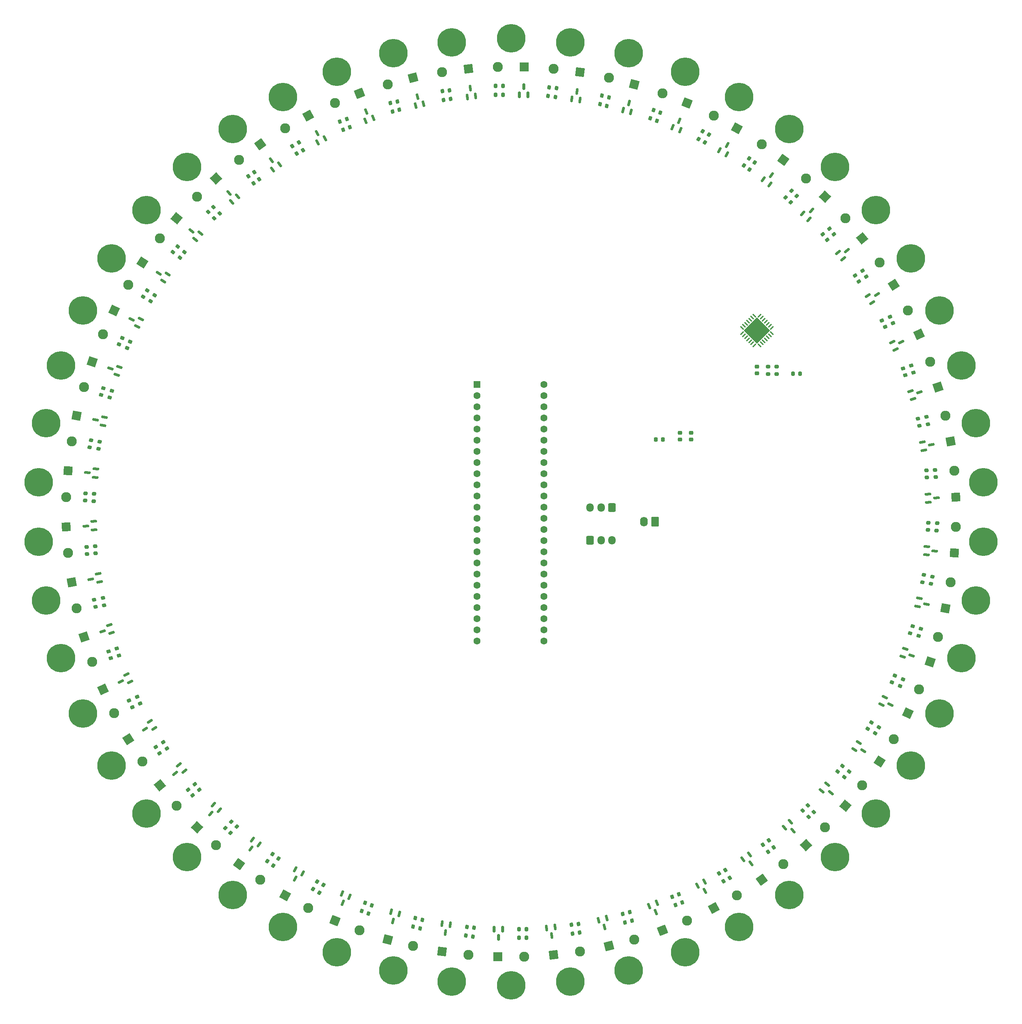
<source format=gbr>
%TF.GenerationSoftware,KiCad,Pcbnew,9.0.6*%
%TF.CreationDate,2025-12-10T00:31:55+01:00*%
%TF.ProjectId,laserboard_2.0,6c617365-7262-46f6-9172-645f322e302e,rev?*%
%TF.SameCoordinates,Original*%
%TF.FileFunction,Soldermask,Top*%
%TF.FilePolarity,Negative*%
%FSLAX46Y46*%
G04 Gerber Fmt 4.6, Leading zero omitted, Abs format (unit mm)*
G04 Created by KiCad (PCBNEW 9.0.6) date 2025-12-10 00:31:55*
%MOMM*%
%LPD*%
G01*
G04 APERTURE LIST*
G04 Aperture macros list*
%AMRoundRect*
0 Rectangle with rounded corners*
0 $1 Rounding radius*
0 $2 $3 $4 $5 $6 $7 $8 $9 X,Y pos of 4 corners*
0 Add a 4 corners polygon primitive as box body*
4,1,4,$2,$3,$4,$5,$6,$7,$8,$9,$2,$3,0*
0 Add four circle primitives for the rounded corners*
1,1,$1+$1,$2,$3*
1,1,$1+$1,$4,$5*
1,1,$1+$1,$6,$7*
1,1,$1+$1,$8,$9*
0 Add four rect primitives between the rounded corners*
20,1,$1+$1,$2,$3,$4,$5,0*
20,1,$1+$1,$4,$5,$6,$7,0*
20,1,$1+$1,$6,$7,$8,$9,0*
20,1,$1+$1,$8,$9,$2,$3,0*%
%AMRotRect*
0 Rectangle, with rotation*
0 The origin of the aperture is its center*
0 $1 length*
0 $2 width*
0 $3 Rotation angle, in degrees counterclockwise*
0 Add horizontal line*
21,1,$1,$2,0,0,$3*%
G04 Aperture macros list end*
%ADD10RoundRect,0.200000X-0.084721X-0.329313X0.287190X-0.182064X0.084721X0.329313X-0.287190X0.182064X0*%
%ADD11RoundRect,0.200000X-0.334044X-0.063557X-0.042457X-0.337376X0.334044X0.063557X0.042457X0.337376X0*%
%ADD12RotRect,2.000000X2.000000X302.400000*%
%ADD13C,2.286000*%
%ADD14C,6.500000*%
%ADD15RoundRect,0.150000X0.466676X-0.387130X-0.223971X0.563465X-0.466676X0.387130X0.223971X-0.563465X0*%
%ADD16RoundRect,0.200000X0.000162X0.340037X-0.323444X0.104923X-0.000162X-0.340037X0.323444X-0.104923X0*%
%ADD17RoundRect,0.150000X-0.595759X-0.112815X0.576922X-0.186593X0.595759X0.112815X-0.576922X0.186593X0*%
%ADD18RotRect,2.000000X2.000000X165.600000*%
%ADD19RoundRect,0.150000X0.512393X0.324206X-0.605098X-0.038889X-0.512393X-0.324206X0.605098X0.038889X0*%
%ADD20RoundRect,0.200000X-0.125025X0.316218X-0.339356X-0.021513X0.125025X-0.316218X0.339356X0.021513X0*%
%ADD21RoundRect,0.200000X0.339356X-0.021513X0.125025X0.316218X-0.339356X0.021513X-0.125025X-0.316218X0*%
%ADD22RotRect,2.000000X2.000000X280.800000*%
%ADD23RoundRect,0.200000X0.287015X-0.182338X0.261899X0.216873X-0.287015X0.182338X-0.261899X-0.216873X0*%
%ADD24RoundRect,0.150000X-0.576417X0.188149X0.415669X-0.441447X0.576417X-0.188149X-0.415669X0.441447X0*%
%ADD25RotRect,2.000000X2.000000X331.200000*%
%ADD26RotRect,2.000000X2.000000X208.800000*%
%ADD27RoundRect,0.150000X0.357063X0.490064X-0.548290X-0.258910X-0.357063X-0.490064X0.548290X0.258910X0*%
%ADD28RotRect,2.000000X2.000000X108.000000*%
%ADD29RoundRect,0.200000X-0.339376X-0.021189X-0.084406X-0.329394X0.339376X0.021189X0.084406X0.329394X0*%
%ADD30RoundRect,0.200000X-0.200000X-0.275000X0.200000X-0.275000X0.200000X0.275000X-0.200000X0.275000X0*%
%ADD31RoundRect,0.200000X-0.125327X-0.316098X0.262106X-0.216622X0.125327X0.316098X-0.262106X0.216622X0*%
%ADD32RotRect,2.000000X2.000000X216.000000*%
%ADD33RotRect,2.000000X2.000000X28.800000*%
%ADD34RoundRect,0.200000X0.232653X-0.247987X0.307605X0.144928X-0.232653X0.247987X-0.307605X-0.144928X0*%
%ADD35RoundRect,0.150000X0.548987X0.257430X-0.605201X0.037257X-0.548987X-0.257430X0.605201X-0.037257X0*%
%ADD36RoundRect,0.150000X-0.076807X-0.601462X0.355740X0.491025X0.076807X0.601462X-0.355740X-0.491025X0*%
%ADD37RoundRect,0.150000X-0.075184X0.601667X-0.222450X-0.564067X0.075184X-0.601667X0.222450X0.564067X0*%
%ADD38RoundRect,0.200000X-0.287190X-0.182064X0.084721X-0.329313X0.287190X0.182064X-0.084721X0.329313X0*%
%ADD39RoundRect,0.200000X0.334044X0.063557X0.042457X0.337376X-0.334044X-0.063557X-0.042457X-0.337376X0*%
%ADD40RotRect,2.000000X2.000000X338.400000*%
%ADD41RoundRect,0.150000X-0.466676X0.387130X0.223971X-0.563465X0.466676X-0.387130X-0.223971X0.563465X0*%
%ADD42RotRect,2.000000X2.000000X266.400000*%
%ADD43RotRect,2.000000X2.000000X72.000000*%
%ADD44RoundRect,0.150000X-0.291393X0.531739X0.000818X-0.606346X0.291393X-0.531739X-0.000818X0.606346X0*%
%ADD45RoundRect,0.200000X0.262106X0.216622X-0.125327X0.316098X-0.262106X-0.216622X0.125327X-0.316098X0*%
%ADD46RoundRect,0.200000X0.323444X0.104923X-0.000162X0.340037X-0.323444X-0.104923X0.000162X-0.340037X0*%
%ADD47RoundRect,0.150000X-0.292826X-0.530951X0.511517X0.325587X0.292826X0.530951X-0.511517X-0.325587X0*%
%ADD48RoundRect,0.200000X0.163672X-0.298055X0.333983X0.063876X-0.163672X0.298055X-0.333983X-0.063876X0*%
%ADD49RotRect,2.000000X2.000000X324.000000*%
%ADD50RotRect,2.000000X2.000000X288.000000*%
%ADD51RoundRect,0.200000X0.125327X0.316098X-0.262106X0.216622X-0.125327X-0.316098X0.262106X-0.216622X0*%
%ADD52RoundRect,0.150000X0.355740X-0.491025X-0.076807X0.601462X-0.355740X0.491025X0.076807X-0.601462X0*%
%ADD53RoundRect,0.200000X-0.042779X-0.337335X0.307744X-0.144634X0.042779X0.337335X-0.307744X0.144634X0*%
%ADD54RoundRect,0.200000X0.323344X-0.105232X0.199737X0.275191X-0.323344X0.105232X-0.199737X-0.275191X0*%
%ADD55RoundRect,0.150000X-0.512393X-0.324206X0.605098X0.038889X0.512393X0.324206X-0.605098X-0.038889X0*%
%ADD56RoundRect,0.150000X0.467719X0.385869X-0.595453X-0.114421X-0.467719X-0.385869X0.595453X0.114421X0*%
%ADD57RoundRect,0.200000X-0.307744X-0.144634X0.042779X-0.337335X0.307744X0.144634X-0.042779X0.337335X0*%
%ADD58RoundRect,0.200000X0.084721X0.329313X-0.287190X0.182064X-0.084721X-0.329313X0.287190X-0.182064X0*%
%ADD59RoundRect,0.150000X0.605098X-0.038889X-0.512393X0.324206X-0.605098X0.038889X0.512393X-0.324206X0*%
%ADD60RoundRect,0.200000X-0.261899X0.216873X-0.287015X-0.182338X0.261899X-0.216873X0.287015X0.182338X0*%
%ADD61RotRect,2.000000X2.000000X252.000000*%
%ADD62RotRect,2.000000X2.000000X93.600000*%
%ADD63RoundRect,0.200000X0.307605X-0.144928X0.232653X0.247987X-0.307605X0.144928X-0.232653X-0.247987X0*%
%ADD64RoundRect,0.200000X0.333983X-0.063876X0.163672X0.298055X-0.333983X0.063876X-0.163672X-0.298055X0*%
%ADD65RoundRect,0.150000X0.075184X-0.601667X0.222450X0.564067X-0.075184X0.601667X-0.222450X-0.564067X0*%
%ADD66RoundRect,0.200000X0.125025X-0.316218X0.339356X0.021513X-0.125025X0.316218X-0.339356X-0.021513X0*%
%ADD67RoundRect,0.200000X0.275000X-0.200000X0.275000X0.200000X-0.275000X0.200000X-0.275000X-0.200000X0*%
%ADD68RoundRect,0.200000X-0.163956X-0.297898X0.232890X-0.247765X0.163956X0.297898X-0.232890X0.247765X0*%
%ADD69RoundRect,0.200000X-0.084406X0.329394X-0.339376X0.021189X0.084406X-0.329394X0.339376X-0.021189X0*%
%ADD70RoundRect,0.150000X0.151584X0.587093X-0.414476X-0.442567X-0.151584X-0.587093X0.414476X0.442567X0*%
%ADD71RoundRect,0.150000X0.576417X-0.188149X-0.415669X0.441447X-0.576417X0.188149X0.415669X-0.441447X0*%
%ADD72RoundRect,0.150000X-0.150000X0.587500X-0.150000X-0.587500X0.150000X-0.587500X0.150000X0.587500X0*%
%ADD73RoundRect,0.200000X-0.339356X0.021513X-0.125025X-0.316218X0.339356X-0.021513X0.125025X0.316218X0*%
%ADD74RoundRect,0.200000X0.199737X-0.275191X0.323344X0.105232X-0.199737X0.275191X-0.323344X-0.105232X0*%
%ADD75RoundRect,0.200000X0.261899X-0.216873X0.287015X0.182338X-0.261899X0.216873X-0.287015X-0.182338X0*%
%ADD76RoundRect,0.200000X0.200000X0.275000X-0.200000X0.275000X-0.200000X-0.275000X0.200000X-0.275000X0*%
%ADD77RoundRect,0.150000X-0.223971X-0.563465X0.466676X0.387130X0.223971X0.563465X-0.466676X-0.387130X0*%
%ADD78RotRect,2.000000X2.000000X21.600000*%
%ADD79RoundRect,0.200000X0.339376X0.021189X0.084406X0.329394X-0.339376X-0.021189X-0.084406X-0.329394X0*%
%ADD80RotRect,2.000000X2.000000X230.400000*%
%ADD81RoundRect,0.200000X0.307744X0.144634X-0.042779X0.337335X-0.307744X-0.144634X0.042779X-0.337335X0*%
%ADD82RotRect,2.000000X2.000000X151.200000*%
%ADD83RoundRect,0.200000X-0.323444X-0.104923X0.000162X-0.340037X0.323444X0.104923X-0.000162X0.340037X0*%
%ADD84RoundRect,0.150000X0.076807X0.601462X-0.355740X-0.491025X-0.076807X-0.601462X0.355740X0.491025X0*%
%ADD85RotRect,2.000000X2.000000X259.200000*%
%ADD86RoundRect,0.075000X-0.256326X-0.362392X0.362392X0.256326X0.256326X0.362392X-0.362392X-0.256326X0*%
%ADD87RoundRect,0.075000X0.256326X-0.362392X0.362392X-0.256326X-0.256326X0.362392X-0.362392X0.256326X0*%
%ADD88RotRect,4.250000X4.250000X45.000000*%
%ADD89RoundRect,0.250000X0.620000X0.845000X-0.620000X0.845000X-0.620000X-0.845000X0.620000X-0.845000X0*%
%ADD90O,1.740000X2.190000*%
%ADD91RotRect,2.000000X2.000000X129.600000*%
%ADD92RoundRect,0.250000X0.600000X0.725000X-0.600000X0.725000X-0.600000X-0.725000X0.600000X-0.725000X0*%
%ADD93O,1.700000X1.950000*%
%ADD94RoundRect,0.200000X-0.232653X0.247987X-0.307605X-0.144928X0.232653X-0.247987X0.307605X0.144928X0*%
%ADD95RotRect,2.000000X2.000000X136.800000*%
%ADD96R,2.000000X2.000000*%
%ADD97RoundRect,0.150000X0.000818X0.606346X-0.291393X-0.531739X-0.000818X-0.606346X0.291393X0.531739X0*%
%ADD98RoundRect,0.200000X0.084406X-0.329394X0.339376X-0.021189X-0.084406X0.329394X-0.339376X0.021189X0*%
%ADD99RoundRect,0.150000X-0.151584X-0.587093X0.414476X0.442567X0.151584X0.587093X-0.414476X-0.442567X0*%
%ADD100RoundRect,0.200000X-0.287015X0.182338X-0.261899X-0.216873X0.287015X-0.182338X0.261899X0.216873X0*%
%ADD101RoundRect,0.200000X-0.042457X0.337376X-0.334044X0.063557X0.042457X-0.337376X0.334044X-0.063557X0*%
%ADD102RoundRect,0.200000X0.042457X-0.337376X0.334044X-0.063557X-0.042457X0.337376X-0.334044X0.063557X0*%
%ADD103RoundRect,0.150000X-0.548987X-0.257430X0.605201X-0.037257X0.548987X0.257430X-0.605201X0.037257X0*%
%ADD104RotRect,2.000000X2.000000X144.000000*%
%ADD105RotRect,2.000000X2.000000X36.000000*%
%ADD106RoundRect,0.150000X-0.576922X-0.186593X0.595759X-0.112815X0.576922X0.186593X-0.595759X0.112815X0*%
%ADD107RoundRect,0.150000X0.414476X-0.442567X-0.151584X0.587093X-0.414476X0.442567X0.151584X-0.587093X0*%
%ADD108RotRect,2.000000X2.000000X14.400000*%
%ADD109RoundRect,0.150000X-0.355740X0.491025X0.076807X-0.601462X0.355740X-0.491025X-0.076807X0.601462X0*%
%ADD110RoundRect,0.200000X-0.307605X0.144928X-0.232653X-0.247987X0.307605X-0.144928X0.232653X0.247987X0*%
%ADD111RoundRect,0.200000X0.042779X0.337335X-0.307744X0.144634X-0.042779X-0.337335X0.307744X-0.144634X0*%
%ADD112RotRect,2.000000X2.000000X57.600000*%
%ADD113RotRect,2.000000X2.000000X158.400000*%
%ADD114RoundRect,0.225000X0.250000X-0.225000X0.250000X0.225000X-0.250000X0.225000X-0.250000X-0.225000X0*%
%ADD115RoundRect,0.200000X0.287190X0.182064X-0.084721X0.329313X-0.287190X-0.182064X0.084721X-0.329313X0*%
%ADD116RoundRect,0.150000X0.291393X-0.531739X-0.000818X0.606346X-0.291393X0.531739X0.000818X-0.606346X0*%
%ADD117RoundRect,0.150000X0.595453X-0.114421X-0.467719X0.385869X-0.595453X0.114421X0.467719X-0.385869X0*%
%ADD118RotRect,2.000000X2.000000X115.200000*%
%ADD119RotRect,2.000000X2.000000X201.600000*%
%ADD120RoundRect,0.150000X-0.357063X-0.490064X0.548290X0.258910X0.357063X0.490064X-0.548290X-0.258910X0*%
%ADD121RoundRect,0.150000X-0.605098X0.038889X0.512393X-0.324206X0.605098X-0.038889X-0.512393X0.324206X0*%
%ADD122RoundRect,0.200000X-0.333983X0.063876X-0.163672X-0.298055X0.333983X-0.063876X0.163672X0.298055X0*%
%ADD123RotRect,2.000000X2.000000X237.600000*%
%ADD124RoundRect,0.150000X-0.467719X-0.385869X0.595453X0.114421X0.467719X0.385869X-0.595453X-0.114421X0*%
%ADD125RoundRect,0.150000X-0.222450X0.564067X-0.075184X-0.601667X0.222450X-0.564067X0.075184X0.601667X0*%
%ADD126RoundRect,0.150000X0.595759X0.112815X-0.576922X0.186593X-0.595759X-0.112815X0.576922X-0.186593X0*%
%ADD127RotRect,2.000000X2.000000X64.800000*%
%ADD128RotRect,2.000000X2.000000X86.400000*%
%ADD129RoundRect,0.200000X-0.262106X-0.216622X0.125327X-0.316098X0.262106X0.216622X-0.125327X0.316098X0*%
%ADD130RoundRect,0.200000X-0.199737X0.275191X-0.323344X-0.105232X0.199737X-0.275191X0.323344X0.105232X0*%
%ADD131RoundRect,0.200000X-0.232890X-0.247765X0.163956X-0.297898X0.232890X0.247765X-0.163956X0.297898X0*%
%ADD132RotRect,2.000000X2.000000X122.400000*%
%ADD133RotRect,2.000000X2.000000X50.400000*%
%ADD134RoundRect,0.200000X-0.163672X0.298055X-0.333983X-0.063876X0.163672X-0.298055X0.333983X0.063876X0*%
%ADD135RotRect,2.000000X2.000000X309.600000*%
%ADD136RoundRect,0.200000X0.232890X0.247765X-0.163956X0.297898X-0.232890X-0.247765X0.163956X-0.297898X0*%
%ADD137RoundRect,0.150000X0.415669X0.441447X-0.576417X-0.188149X-0.415669X-0.441447X0.576417X0.188149X0*%
%ADD138RoundRect,0.150000X-0.511517X0.325587X0.292826X-0.530951X0.511517X-0.325587X-0.292826X0.530951X0*%
%ADD139RotRect,2.000000X2.000000X295.200000*%
%ADD140RoundRect,0.200000X-0.323344X0.105232X-0.199737X-0.275191X0.323344X-0.105232X0.199737X0.275191X0*%
%ADD141RoundRect,0.150000X0.605201X0.037257X-0.548987X0.257430X-0.605201X-0.037257X0.548987X-0.257430X0*%
%ADD142RoundRect,0.150000X-0.605201X-0.037257X0.548987X-0.257430X0.605201X0.037257X-0.548987X0.257430X0*%
%ADD143RoundRect,0.218750X-0.218750X-0.256250X0.218750X-0.256250X0.218750X0.256250X-0.218750X0.256250X0*%
%ADD144RotRect,2.000000X2.000000X316.800000*%
%ADD145RotRect,2.000000X2.000000X43.200000*%
%ADD146RoundRect,0.200000X-0.000162X-0.340037X0.323444X-0.104923X0.000162X0.340037X-0.323444X0.104923X0*%
%ADD147RotRect,2.000000X2.000000X345.600000*%
%ADD148RoundRect,0.150000X0.511517X-0.325587X-0.292826X0.530951X-0.511517X0.325587X0.292826X-0.530951X0*%
%ADD149RotRect,2.000000X2.000000X244.800000*%
%ADD150RoundRect,0.150000X0.292826X0.530951X-0.511517X-0.325587X-0.292826X-0.530951X0.511517X0.325587X0*%
%ADD151RoundRect,0.200000X0.163956X0.297898X-0.232890X0.247765X-0.163956X-0.297898X0.232890X-0.247765X0*%
%ADD152RotRect,2.000000X2.000000X352.800000*%
%ADD153RotRect,2.000000X2.000000X7.200000*%
%ADD154RotRect,2.000000X2.000000X194.400000*%
%ADD155RotRect,2.000000X2.000000X100.800000*%
%ADD156RoundRect,0.150000X0.548290X-0.258910X-0.357063X0.490064X-0.548290X0.258910X0.357063X-0.490064X0*%
%ADD157RoundRect,0.150000X-0.595453X0.114421X0.467719X-0.385869X0.595453X-0.114421X-0.467719X0.385869X0*%
%ADD158RoundRect,0.150000X-0.548290X0.258910X0.357063X-0.490064X0.548290X-0.258910X-0.357063X0.490064X0*%
%ADD159RotRect,2.000000X2.000000X172.800000*%
%ADD160RoundRect,0.150000X-0.414476X0.442567X0.151584X-0.587093X0.414476X-0.442567X-0.151584X0.587093X0*%
%ADD161RoundRect,0.150000X0.150000X-0.587500X0.150000X0.587500X-0.150000X0.587500X-0.150000X-0.587500X0*%
%ADD162RoundRect,0.225000X-0.250000X0.225000X-0.250000X-0.225000X0.250000X-0.225000X0.250000X0.225000X0*%
%ADD163R,1.600000X1.600000*%
%ADD164C,1.600000*%
%ADD165RotRect,2.000000X2.000000X79.200000*%
%ADD166RotRect,2.000000X2.000000X187.200000*%
%ADD167RoundRect,0.150000X0.223971X0.563465X-0.466676X-0.387130X-0.223971X-0.563465X0.466676X0.387130X0*%
%ADD168RoundRect,0.150000X0.576922X0.186593X-0.595759X0.112815X-0.576922X-0.186593X0.595759X-0.112815X0*%
%ADD169RoundRect,0.150000X-0.000818X-0.606346X0.291393X0.531739X0.000818X0.606346X-0.291393X-0.531739X0*%
%ADD170RoundRect,0.150000X-0.415669X-0.441447X0.576417X0.188149X0.415669X0.441447X-0.576417X-0.188149X0*%
%ADD171RoundRect,0.150000X0.222450X-0.564067X0.075184X0.601667X-0.222450X0.564067X-0.075184X-0.601667X0*%
%ADD172RotRect,2.000000X2.000000X273.600000*%
%ADD173RotRect,2.000000X2.000000X223.200000*%
%ADD174RoundRect,0.250000X-0.600000X-0.725000X0.600000X-0.725000X0.600000X0.725000X-0.600000X0.725000X0*%
G04 APERTURE END LIST*
D10*
%TO.C,R11*%
X160273950Y-40709670D03*
X161808082Y-40102264D03*
%TD*%
D11*
%TO.C,R93*%
X260980585Y-56102066D03*
X262183383Y-57231568D03*
%TD*%
D12*
%TO.C,LD18*%
X111359524Y-179497905D03*
D13*
X114574485Y-184563873D03*
D14*
X107478873Y-185513763D03*
%TD*%
D15*
%TO.C,Q6*%
X144217759Y-49761899D03*
X145754891Y-48645107D03*
X143884227Y-47686597D03*
%TD*%
D16*
%TO.C,R14*%
X139988149Y-50362755D03*
X138653271Y-51332601D03*
%TD*%
D17*
%TO.C,Q38*%
X293191668Y-135636300D03*
X293072366Y-137532551D03*
X295003317Y-136702158D03*
%TD*%
D18*
%TO.C,LD49*%
X226598794Y-30375641D03*
D13*
X220787295Y-28883501D03*
D14*
X225309528Y-23333780D03*
%TD*%
D19*
%TO.C,Q16*%
X107554773Y-155275830D03*
X106967640Y-153468823D03*
X105477976Y-154951733D03*
%TD*%
D20*
%TO.C,R71*%
X280586547Y-175698397D03*
X279702433Y-177091539D03*
%TD*%
D21*
%TO.C,R39*%
X120164241Y-181608694D03*
X119280127Y-180215552D03*
%TD*%
D22*
%TO.C,LD15*%
X98429160Y-143785437D03*
D13*
X99553448Y-149679161D03*
D14*
X92606437Y-147950277D03*
%TD*%
D23*
%TO.C,R80*%
X295192430Y-119812970D03*
X295088826Y-118166226D03*
%TD*%
D24*
%TO.C,Q34*%
X277679686Y-180278877D03*
X276661615Y-181883100D03*
X278753765Y-182085664D03*
%TD*%
D25*
%TO.C,LD22*%
X147067963Y-215077279D03*
D13*
X152325803Y-217967801D03*
D14*
X146565484Y-222218534D03*
%TD*%
D26*
%TO.C,LD5*%
X152325803Y-37532199D03*
D13*
X147067963Y-40422721D03*
D14*
X146565484Y-33281466D03*
%TD*%
D27*
%TO.C,Q19*%
X124074201Y-186822042D03*
X122863095Y-185358066D03*
X122023936Y-187285224D03*
%TD*%
D28*
%TO.C,LD41*%
X295771979Y-99298805D03*
D13*
X293917877Y-93592466D03*
D14*
X301026795Y-94437025D03*
%TD*%
D29*
%TO.C,R40*%
X124939449Y-191005577D03*
X125991199Y-192276923D03*
%TD*%
D30*
%TO.C,R1*%
X262675000Y-96250000D03*
X264325000Y-96250000D03*
%TD*%
D31*
%TO.C,R9*%
X171484420Y-36605014D03*
X173082582Y-36194676D03*
%TD*%
D32*
%TO.C,LD6*%
X141382612Y-44030755D03*
D13*
X136528510Y-47557466D03*
D14*
X135134957Y-40535500D03*
%TD*%
D33*
%TO.C,LD30*%
X244674197Y-217967801D03*
D13*
X249932037Y-215077279D03*
D14*
X250434516Y-222218534D03*
%TD*%
D34*
%TO.C,R27*%
X104526876Y-113386781D03*
X104836056Y-111766007D03*
%TD*%
D35*
%TO.C,Q15*%
X104822003Y-143660322D03*
X104465978Y-141793976D03*
X102802202Y-143078489D03*
%TD*%
D36*
%TO.C,Q48*%
X235261652Y-40129873D03*
X237028227Y-40829310D03*
X236835173Y-38736261D03*
%TD*%
D37*
%TO.C,Q25*%
X184683522Y-221759630D03*
X182798504Y-221521497D03*
X183506013Y-223500779D03*
%TD*%
D30*
%TO.C,R54*%
X200350000Y-224750000D03*
X202000000Y-224750000D03*
%TD*%
D38*
%TO.C,R48*%
X164512005Y-218619349D03*
X166046137Y-219226755D03*
%TD*%
D39*
%TO.C,R43*%
X136019415Y-199397934D03*
X134816617Y-198268432D03*
%TD*%
D40*
%TO.C,LD23*%
X158418530Y-220834821D03*
D13*
X163997189Y-223043568D03*
D14*
X158815050Y-227982742D03*
%TD*%
D41*
%TO.C,Q31*%
X252782241Y-205738101D03*
X251245109Y-206854893D03*
X253115773Y-207813403D03*
%TD*%
D42*
%TO.C,LD13*%
X97585219Y-118395049D03*
D13*
X97208475Y-124383209D03*
D14*
X90909673Y-120980991D03*
%TD*%
D43*
%TO.C,LD36*%
X293917877Y-161907534D03*
D13*
X295771979Y-156201195D03*
D14*
X301026795Y-161062975D03*
%TD*%
D44*
%TO.C,Q28*%
X220261016Y-220244128D03*
X218420708Y-220716639D03*
X219807156Y-222296477D03*
%TD*%
D45*
%TO.C,R51*%
X178264502Y-220635815D03*
X176666340Y-220225477D03*
%TD*%
D46*
%TO.C,R94*%
X254018488Y-48187949D03*
X252683610Y-47218103D03*
%TD*%
D30*
%TO.C,R5*%
X195000000Y-32750000D03*
X196650000Y-32750000D03*
%TD*%
D47*
%TO.C,Q45*%
X264935239Y-59815733D03*
X266320279Y-61116373D03*
X266911285Y-59099237D03*
%TD*%
D34*
%TO.C,R76*%
X294128518Y-144108756D03*
X294437698Y-142487982D03*
%TD*%
D48*
%TO.C,R23*%
X111051203Y-90467862D03*
X111753739Y-88974898D03*
%TD*%
D49*
%TO.C,LD21*%
X136528510Y-207942534D03*
D13*
X141382612Y-211469245D03*
D14*
X135134957Y-214964500D03*
%TD*%
D50*
%TO.C,LD16*%
X101228021Y-156201195D03*
D13*
X103082123Y-161907534D03*
D14*
X95973205Y-161062975D03*
%TD*%
D51*
%TO.C,R59*%
X225515580Y-218894986D03*
X223917418Y-219305324D03*
%TD*%
D52*
%TO.C,Q4*%
X165317988Y-38712594D03*
X167084563Y-38013157D03*
X165511042Y-36619545D03*
%TD*%
D53*
%TO.C,R13*%
X149666328Y-46187003D03*
X151112234Y-45392109D03*
%TD*%
D54*
%TO.C,R35*%
X109231190Y-160435312D03*
X108721312Y-158866068D03*
%TD*%
D55*
%TO.C,Q41*%
X289445227Y-100224170D03*
X290032360Y-102031177D03*
X291522024Y-100548267D03*
%TD*%
D56*
%TO.C,Q17*%
X111721806Y-166457241D03*
X110912825Y-164738069D03*
X109620765Y-166395991D03*
%TD*%
D57*
%TO.C,R97*%
X241199526Y-42814727D03*
X242645432Y-43609621D03*
%TD*%
D58*
%TO.C,R61*%
X236726050Y-214790330D03*
X235191918Y-215397736D03*
%TD*%
D59*
%TO.C,Q11*%
X108744488Y-96562602D03*
X109331621Y-94755595D03*
X107254824Y-95079692D03*
%TD*%
D60*
%TO.C,R28*%
X101575244Y-123505669D03*
X101471640Y-125152413D03*
%TD*%
D61*
%TO.C,LD11*%
X103082123Y-93592466D03*
D13*
X101228021Y-99298805D03*
D14*
X95973205Y-94437025D03*
%TD*%
D62*
%TO.C,LD39*%
X299791525Y-124383209D03*
D13*
X299414781Y-118395049D03*
D14*
X306090327Y-120980991D03*
%TD*%
D63*
%TO.C,R33*%
X105838546Y-148989230D03*
X105529366Y-147368456D03*
%TD*%
D64*
%TO.C,R86*%
X285480532Y-84775479D03*
X284777996Y-83282515D03*
%TD*%
D65*
%TO.C,Q50*%
X212316478Y-33740370D03*
X214201496Y-33978503D03*
X213493987Y-31999221D03*
%TD*%
D39*
%TO.C,R92*%
X263552477Y-55773630D03*
X262349679Y-54644128D03*
%TD*%
D46*
%TO.C,R45*%
X145491960Y-206663863D03*
X144157082Y-205694017D03*
%TD*%
D66*
%TO.C,R21*%
X116413453Y-79801603D03*
X117297567Y-78408461D03*
%TD*%
D67*
%TO.C,R3*%
X259000000Y-96336949D03*
X259000000Y-94686949D03*
%TD*%
D68*
%TO.C,R7*%
X183120941Y-33937770D03*
X184757931Y-33730970D03*
%TD*%
D69*
%TO.C,R18*%
X122580981Y-67345323D03*
X121529231Y-68616669D03*
%TD*%
D70*
%TO.C,Q22*%
X151046510Y-210071758D03*
X149381528Y-209156426D03*
X149310731Y-211257168D03*
%TD*%
D71*
%TO.C,Q9*%
X119320314Y-75221123D03*
X120338385Y-73616900D03*
X118246235Y-73414336D03*
%TD*%
D72*
%TO.C,Q26*%
X196575000Y-222750000D03*
X194675000Y-222750000D03*
X195625000Y-224625000D03*
%TD*%
D73*
%TO.C,R89*%
X276835759Y-73891306D03*
X277719873Y-75284448D03*
%TD*%
D74*
%TO.C,R74*%
X291324164Y-155965194D03*
X291834042Y-154395950D03*
%TD*%
D45*
%TO.C,R100*%
X220831040Y-33337357D03*
X219232878Y-32927019D03*
%TD*%
D75*
%TO.C,R29*%
X103467694Y-125277994D03*
X103571298Y-123631250D03*
%TD*%
D76*
%TO.C,R4*%
X196650000Y-30750000D03*
X195000000Y-30750000D03*
%TD*%
D77*
%TO.C,Q46*%
X255896957Y-52024872D03*
X257434089Y-53141664D03*
X257767621Y-51066362D03*
%TD*%
D57*
%TO.C,R46*%
X153391061Y-213642992D03*
X154836967Y-214437886D03*
%TD*%
D78*
%TO.C,LD29*%
X233002811Y-223043568D03*
D13*
X238581470Y-220834821D03*
D14*
X238184950Y-227982742D03*
%TD*%
D79*
%TO.C,R41*%
X127532226Y-191002075D03*
X126480476Y-189730729D03*
%TD*%
D80*
%TO.C,LD8*%
X122356930Y-60865465D03*
D13*
X118532386Y-65488545D03*
D14*
X115436322Y-59033749D03*
%TD*%
D81*
%TO.C,R96*%
X243608939Y-41857008D03*
X242163033Y-41062114D03*
%TD*%
D48*
%TO.C,R72*%
X287055915Y-167376661D03*
X287758451Y-165883697D03*
%TD*%
D82*
%TO.C,LD47*%
X249932037Y-40422721D03*
D13*
X244674197Y-37532199D03*
D14*
X250434516Y-33281466D03*
%TD*%
D83*
%TO.C,R95*%
X251508040Y-48836137D03*
X252842918Y-49805983D03*
%TD*%
D74*
%TO.C,R25*%
X107068071Y-101722084D03*
X107577949Y-100152840D03*
%TD*%
D84*
%TO.C,Q23*%
X161738348Y-215370127D03*
X159971773Y-214670690D03*
X160164827Y-216763739D03*
%TD*%
D85*
%TO.C,LD12*%
X99553448Y-105820839D03*
D13*
X98429160Y-111714563D03*
D14*
X92606437Y-107549723D03*
%TD*%
D64*
%TO.C,R37*%
X114031658Y-171365927D03*
X113329122Y-169872963D03*
%TD*%
D21*
%TO.C,R88*%
X279408529Y-74212795D03*
X278524415Y-72819653D03*
%TD*%
D86*
%TO.C,U2*%
X251114726Y-87074506D03*
X251574346Y-87534126D03*
X252033965Y-87993745D03*
X252493585Y-88453364D03*
X252953204Y-88912984D03*
X253412823Y-89372603D03*
X253872443Y-89832223D03*
D87*
X255127557Y-89832223D03*
X255587177Y-89372603D03*
X256046796Y-88912984D03*
X256506415Y-88453364D03*
X256966035Y-87993745D03*
X257425654Y-87534126D03*
X257885274Y-87074506D03*
D86*
X257885274Y-85819392D03*
X257425654Y-85359772D03*
X256966035Y-84900153D03*
X256506415Y-84440534D03*
X256046796Y-83980914D03*
X255587177Y-83521295D03*
X255127557Y-83061675D03*
D87*
X253872443Y-83061675D03*
X253412823Y-83521295D03*
X252953204Y-83980914D03*
X252493585Y-84440534D03*
X252033965Y-84900153D03*
X251574346Y-85359772D03*
X251114726Y-85819392D03*
D88*
X254500000Y-86446949D03*
%TD*%
D89*
%TO.C,J1*%
X231275000Y-129985000D03*
D90*
X228735000Y-129985000D03*
%TD*%
D91*
%TO.C,LD44*%
X278467614Y-65488545D03*
D13*
X274643070Y-60865465D03*
D14*
X281563678Y-59033749D03*
%TD*%
D92*
%TO.C,J3*%
X221500000Y-126750000D03*
D93*
X219000000Y-126750000D03*
X216500000Y-126750000D03*
%TD*%
D53*
%TO.C,R62*%
X246851274Y-211860504D03*
X248297180Y-211065610D03*
%TD*%
D94*
%TO.C,R77*%
X292473124Y-142113219D03*
X292163944Y-143733993D03*
%TD*%
D95*
%TO.C,LD45*%
X270033616Y-55956895D03*
D13*
X265659804Y-51849613D03*
D14*
X272296266Y-49164958D03*
%TD*%
D96*
%TO.C,LD26*%
X195500000Y-229053051D03*
D13*
X201500000Y-229053051D03*
D14*
X198500000Y-235553051D03*
%TD*%
D97*
%TO.C,Q24*%
X173009939Y-219286672D03*
X171169631Y-218814161D03*
X171623491Y-220866510D03*
%TD*%
D20*
%TO.C,R20*%
X115608911Y-77336807D03*
X114724797Y-78729949D03*
%TD*%
D98*
%TO.C,R68*%
X274419019Y-188154677D03*
X275470769Y-186883331D03*
%TD*%
D99*
%TO.C,Q47*%
X245953490Y-45428242D03*
X247618472Y-46343574D03*
X247689269Y-44242832D03*
%TD*%
D100*
%TO.C,R81*%
X293092773Y-118291807D03*
X293196377Y-119938551D03*
%TD*%
D101*
%TO.C,R67*%
X266083365Y-194606105D03*
X264880567Y-195735607D03*
%TD*%
D102*
%TO.C,R66*%
X266249661Y-197193545D03*
X267452459Y-196064043D03*
%TD*%
D103*
%TO.C,Q40*%
X292177997Y-111839678D03*
X292534022Y-113706024D03*
X294197798Y-112421511D03*
%TD*%
D104*
%TO.C,LD46*%
X260471490Y-47557466D03*
D13*
X255617388Y-44030755D03*
D14*
X261865043Y-40535500D03*
%TD*%
D73*
%TO.C,R38*%
X117591471Y-181287205D03*
X118475585Y-182680347D03*
%TD*%
D105*
%TO.C,LD31*%
X255617388Y-211469245D03*
D13*
X260471490Y-207942534D03*
D14*
X261865043Y-214964500D03*
%TD*%
D106*
%TO.C,Q39*%
X293433411Y-123706103D03*
X293552713Y-125602354D03*
X295364362Y-124536496D03*
%TD*%
D94*
%TO.C,R26*%
X102871482Y-111391244D03*
X102562302Y-113012018D03*
%TD*%
D98*
%TO.C,R19*%
X123070258Y-69891517D03*
X124122008Y-68620171D03*
%TD*%
D66*
%TO.C,R70*%
X281391089Y-178163193D03*
X282275203Y-176770051D03*
%TD*%
D107*
%TO.C,Q5*%
X154420292Y-43573490D03*
X156085274Y-42658158D03*
X154349495Y-41472748D03*
%TD*%
D108*
%TO.C,LD28*%
X220787295Y-226616499D03*
D13*
X226598794Y-225124359D03*
D14*
X225309528Y-232166220D03*
%TD*%
D109*
%TO.C,Q29*%
X231682012Y-216787406D03*
X229915437Y-217486843D03*
X231488958Y-218880455D03*
%TD*%
D68*
%TO.C,R56*%
X212492736Y-223753259D03*
X214129726Y-223546459D03*
%TD*%
D110*
%TO.C,R32*%
X103564792Y-147743219D03*
X103873972Y-149363993D03*
%TD*%
D111*
%TO.C,R63*%
X247333672Y-209312997D03*
X245887766Y-210107891D03*
%TD*%
D112*
%TO.C,LD34*%
X282425515Y-184563873D03*
D13*
X285640476Y-179497905D03*
D14*
X289521127Y-185513763D03*
%TD*%
D113*
%TO.C,LD48*%
X238581470Y-34665179D03*
D13*
X233002811Y-32456432D03*
D14*
X238184950Y-27517258D03*
%TD*%
D114*
%TO.C,C1*%
X237000000Y-111250000D03*
X237000000Y-109700000D03*
%TD*%
D115*
%TO.C,R49*%
X166782386Y-217367202D03*
X165248254Y-216759796D03*
%TD*%
D116*
%TO.C,Q3*%
X176738984Y-35255872D03*
X178579292Y-34783361D03*
X177192844Y-33203523D03*
%TD*%
D117*
%TO.C,Q10*%
X113361056Y-85559176D03*
X114170037Y-83840004D03*
X112068996Y-83901254D03*
%TD*%
D76*
%TO.C,R55*%
X202000000Y-222750000D03*
X200350000Y-222750000D03*
%TD*%
D118*
%TO.C,LD42*%
X291439078Y-87331740D03*
D13*
X288884404Y-81902777D03*
D14*
X296043116Y-81849693D03*
%TD*%
D101*
%TO.C,R16*%
X130750339Y-58306455D03*
X129547541Y-59435957D03*
%TD*%
D119*
%TO.C,LD4*%
X163997189Y-32456432D03*
D13*
X158418530Y-34665179D03*
D14*
X158815050Y-27517258D03*
%TD*%
D102*
%TO.C,R17*%
X130916635Y-60893895D03*
X132119433Y-59764393D03*
%TD*%
D100*
%TO.C,R30*%
X101807570Y-135687030D03*
X101911174Y-137333774D03*
%TD*%
D120*
%TO.C,Q44*%
X272925799Y-68677958D03*
X274136905Y-70141934D03*
X274976064Y-68214776D03*
%TD*%
D121*
%TO.C,Q36*%
X288255512Y-158937398D03*
X287668379Y-160744405D03*
X289745176Y-160420308D03*
%TD*%
D122*
%TO.C,R87*%
X282968342Y-84134073D03*
X283670878Y-85627037D03*
%TD*%
D123*
%TO.C,LD9*%
X114574485Y-70936127D03*
D13*
X111359524Y-76002095D03*
D14*
X107478873Y-69986237D03*
%TD*%
D124*
%TO.C,Q42*%
X285278194Y-89042759D03*
X286087175Y-90761931D03*
X287379235Y-89104009D03*
%TD*%
D125*
%TO.C,Q27*%
X208496836Y-222242163D03*
X206611818Y-222480296D03*
X207789327Y-224221445D03*
%TD*%
D126*
%TO.C,Q13*%
X103808332Y-119863700D03*
X103927634Y-117967449D03*
X101996683Y-118797842D03*
%TD*%
D111*
%TO.C,R12*%
X150148726Y-43639496D03*
X148702820Y-44434390D03*
%TD*%
D127*
%TO.C,LD35*%
X288884404Y-173597223D03*
D13*
X291439078Y-168168260D03*
D14*
X296043116Y-173650307D03*
%TD*%
D128*
%TO.C,LD38*%
X299414781Y-137104951D03*
D13*
X299791525Y-131116791D03*
D14*
X306090327Y-134519009D03*
%TD*%
D129*
%TO.C,R101*%
X218735498Y-34864185D03*
X220333660Y-35274523D03*
%TD*%
D69*
%TO.C,R69*%
X273929742Y-185608483D03*
X272877992Y-186879829D03*
%TD*%
D130*
%TO.C,R75*%
X289931929Y-153777916D03*
X289422051Y-155347160D03*
%TD*%
D131*
%TO.C,R52*%
X188178088Y-224216992D03*
X189815078Y-224423792D03*
%TD*%
D54*
%TO.C,R84*%
X290180801Y-96015898D03*
X289670923Y-94446654D03*
%TD*%
D132*
%TO.C,LD43*%
X285640476Y-76002095D03*
D13*
X282425515Y-70936127D03*
D14*
X289521127Y-69986237D03*
%TD*%
D38*
%TO.C,R99*%
X230217614Y-38132798D03*
X231751746Y-38740204D03*
%TD*%
D133*
%TO.C,LD33*%
X274643070Y-194634535D03*
D13*
X278467614Y-190011455D03*
D14*
X281563678Y-196466251D03*
%TD*%
D134*
%TO.C,R22*%
X109944085Y-88123339D03*
X109241549Y-89616303D03*
%TD*%
D135*
%TO.C,LD19*%
X118532386Y-190011455D03*
D13*
X122356930Y-194634535D03*
D14*
X115436322Y-196466251D03*
%TD*%
D136*
%TO.C,R102*%
X208821912Y-31283008D03*
X207184922Y-31076208D03*
%TD*%
D137*
%TO.C,Q18*%
X117257380Y-177028214D03*
X116239309Y-175423991D03*
X115165230Y-177230778D03*
%TD*%
D60*
%TO.C,R79*%
X293532306Y-130222006D03*
X293428702Y-131868750D03*
%TD*%
D138*
%TO.C,Q32*%
X262128710Y-198319773D03*
X260743670Y-199620413D03*
X262719716Y-200336909D03*
%TD*%
D139*
%TO.C,LD17*%
X105560922Y-168168260D03*
D13*
X108115596Y-173597223D03*
D14*
X100956884Y-173650307D03*
%TD*%
D140*
%TO.C,R85*%
X287768810Y-95064688D03*
X288278688Y-96633932D03*
%TD*%
D83*
%TO.C,R44*%
X142981512Y-207312051D03*
X144316390Y-208281897D03*
%TD*%
D141*
%TO.C,Q12*%
X105543420Y-108057872D03*
X105899445Y-106191526D03*
X103879644Y-106773359D03*
%TD*%
D142*
%TO.C,Q37*%
X291456580Y-147442128D03*
X291100555Y-149308474D03*
X293120356Y-148726641D03*
%TD*%
D143*
%TO.C,F1*%
X231500000Y-111250000D03*
X233075000Y-111250000D03*
%TD*%
D136*
%TO.C,R53*%
X190065745Y-222439563D03*
X188428755Y-222232763D03*
%TD*%
D144*
%TO.C,LD20*%
X126966384Y-199543105D03*
D13*
X131340196Y-203650387D03*
D14*
X124703734Y-206335042D03*
%TD*%
D131*
%TO.C,R103*%
X206934255Y-33060437D03*
X208571245Y-33267237D03*
%TD*%
D145*
%TO.C,LD32*%
X265659804Y-203650387D03*
D13*
X270033616Y-199543105D03*
D14*
X272296266Y-206335042D03*
%TD*%
D146*
%TO.C,R15*%
X139828841Y-52950635D03*
X141163719Y-51980789D03*
%TD*%
D147*
%TO.C,LD24*%
X170401206Y-225124359D03*
D13*
X176212705Y-226616499D03*
D14*
X171690472Y-232166220D03*
%TD*%
D10*
%TO.C,R60*%
X235928167Y-217257289D03*
X237462299Y-216649883D03*
%TD*%
D122*
%TO.C,R36*%
X111519468Y-170724521D03*
X112222004Y-172217485D03*
%TD*%
D96*
%TO.C,LD1*%
X201500000Y-26446949D03*
D13*
X195500000Y-26446949D03*
D14*
X198500000Y-19946949D03*
%TD*%
D148*
%TO.C,Q7*%
X134871290Y-57180227D03*
X136256330Y-55879587D03*
X134280284Y-55163091D03*
%TD*%
D149*
%TO.C,LD10*%
X108115596Y-81902777D03*
D13*
X105560922Y-87331740D03*
D14*
X100956884Y-81849693D03*
%TD*%
D150*
%TO.C,Q20*%
X132064761Y-195684267D03*
X130679721Y-194383627D03*
X130088715Y-196400763D03*
%TD*%
D151*
%TO.C,R6*%
X184507264Y-31746741D03*
X182870274Y-31953541D03*
%TD*%
D67*
%TO.C,R2*%
X257000000Y-96336949D03*
X257000000Y-94686949D03*
%TD*%
D152*
%TO.C,LD25*%
X182827017Y-227878246D03*
D13*
X188779705Y-228630246D03*
D14*
X184988695Y-234702992D03*
%TD*%
D153*
%TO.C,LD27*%
X208220295Y-228630246D03*
D13*
X214172983Y-227878246D03*
D14*
X212011305Y-234702992D03*
%TD*%
D130*
%TO.C,R24*%
X105675836Y-99534806D03*
X105165958Y-101104050D03*
%TD*%
D154*
%TO.C,LD3*%
X176212705Y-28883501D03*
D13*
X170401206Y-30375641D03*
D14*
X171690472Y-23333780D03*
%TD*%
D155*
%TO.C,LD40*%
X298570840Y-111714563D03*
D13*
X297446552Y-105820839D03*
D14*
X304393563Y-107549723D03*
%TD*%
D156*
%TO.C,Q8*%
X126528283Y-65711483D03*
X127739389Y-64247507D03*
X125689124Y-63784325D03*
%TD*%
D157*
%TO.C,Q35*%
X283638944Y-169940824D03*
X282829963Y-171659996D03*
X284931004Y-171598746D03*
%TD*%
D23*
%TO.C,R31*%
X103907227Y-137208193D03*
X103803623Y-135561449D03*
%TD*%
D158*
%TO.C,Q33*%
X270471717Y-189788517D03*
X269260611Y-191252493D03*
X271310876Y-191715675D03*
%TD*%
D114*
%TO.C,C2*%
X239510000Y-111250000D03*
X239510000Y-109700000D03*
%TD*%
D115*
%TO.C,R98*%
X232487995Y-36880651D03*
X230953863Y-36273245D03*
%TD*%
D134*
%TO.C,R73*%
X285948797Y-165032138D03*
X285246261Y-166525102D03*
%TD*%
D151*
%TO.C,R57*%
X213879059Y-221562230D03*
X212242069Y-221769030D03*
%TD*%
D29*
%TO.C,R91*%
X269467774Y-64497925D03*
X270519524Y-65769271D03*
%TD*%
D146*
%TO.C,R64*%
X257011851Y-205137245D03*
X258346729Y-204167399D03*
%TD*%
D159*
%TO.C,LD50*%
X214172983Y-27621754D03*
D13*
X208220295Y-26869754D03*
D14*
X212011305Y-20797008D03*
%TD*%
D110*
%TO.C,R83*%
X291161454Y-106510770D03*
X291470634Y-108131544D03*
%TD*%
D160*
%TO.C,Q30*%
X242579708Y-211926510D03*
X240914726Y-212841842D03*
X242650505Y-214027252D03*
%TD*%
D11*
%TO.C,R42*%
X133447523Y-199726370D03*
X134650321Y-200855872D03*
%TD*%
D51*
%TO.C,R8*%
X172585202Y-34257510D03*
X170987040Y-34667848D03*
%TD*%
D161*
%TO.C,Q1*%
X200425000Y-32750000D03*
X202325000Y-32750000D03*
X201375000Y-30875000D03*
%TD*%
D162*
%TO.C,C5*%
X254500000Y-94671949D03*
X254500000Y-96221949D03*
%TD*%
D163*
%TO.C,U1*%
X190760000Y-98766949D03*
D164*
X190760000Y-101306949D03*
X190760000Y-103846949D03*
X190760000Y-106386949D03*
X190760000Y-108926949D03*
X190760000Y-111466949D03*
X190760000Y-114006949D03*
X190760000Y-116546949D03*
X190760000Y-119086949D03*
X190760000Y-121626949D03*
X190760000Y-124166949D03*
X190760000Y-126706949D03*
X190760000Y-129246949D03*
X190760000Y-131786949D03*
X190760000Y-134326949D03*
X190760000Y-136866949D03*
X190760000Y-139406949D03*
X190760000Y-141946949D03*
X190760000Y-144486949D03*
X190760000Y-147026949D03*
X190760000Y-149566949D03*
X190760000Y-152106949D03*
X190760000Y-154646949D03*
X190760000Y-157186949D03*
X206000000Y-157186949D03*
X206000000Y-154646949D03*
X206000000Y-152106949D03*
X206000000Y-149566949D03*
X206000000Y-147026949D03*
X206000000Y-144486949D03*
X206000000Y-141946949D03*
X206000000Y-139406949D03*
X206000000Y-136866949D03*
X206000000Y-134326949D03*
X206000000Y-131786949D03*
X206000000Y-129246949D03*
X206000000Y-126706949D03*
X206000000Y-124166949D03*
X206000000Y-121626949D03*
X206000000Y-119086949D03*
X206000000Y-116546949D03*
X206000000Y-114006949D03*
X206000000Y-111466949D03*
X206000000Y-108926949D03*
X206000000Y-106386949D03*
X206000000Y-103846949D03*
X206000000Y-101306949D03*
X206000000Y-98766949D03*
%TD*%
D63*
%TO.C,R82*%
X293435208Y-107756781D03*
X293126028Y-106136007D03*
%TD*%
D165*
%TO.C,LD37*%
X297446552Y-149679161D03*
D13*
X298570840Y-143785437D03*
D14*
X304393563Y-147950277D03*
%TD*%
D58*
%TO.C,R10*%
X161071833Y-38242711D03*
X159537701Y-38850117D03*
%TD*%
D166*
%TO.C,LD2*%
X188779705Y-26869754D03*
D13*
X182827017Y-27621754D03*
D14*
X184988695Y-20797008D03*
%TD*%
D75*
%TO.C,R78*%
X295424756Y-131994331D03*
X295528360Y-130347587D03*
%TD*%
D167*
%TO.C,Q21*%
X141103043Y-203475128D03*
X139565911Y-202358336D03*
X139232379Y-204433638D03*
%TD*%
D168*
%TO.C,Q14*%
X103566589Y-131793897D03*
X103447287Y-129897646D03*
X101635638Y-130963504D03*
%TD*%
D31*
%TO.C,R58*%
X224414798Y-221242490D03*
X226012960Y-220832152D03*
%TD*%
D169*
%TO.C,Q49*%
X223990061Y-36213328D03*
X225830369Y-36685839D03*
X225376509Y-34633490D03*
%TD*%
D79*
%TO.C,R90*%
X272060551Y-64494423D03*
X271008801Y-63223077D03*
%TD*%
D170*
%TO.C,Q43*%
X279742620Y-78471786D03*
X280760691Y-80076009D03*
X281834770Y-78269222D03*
%TD*%
D16*
%TO.C,R65*%
X257171159Y-202549365D03*
X255836281Y-203519211D03*
%TD*%
D129*
%TO.C,R50*%
X176168960Y-222162643D03*
X177767122Y-222572981D03*
%TD*%
D81*
%TO.C,R47*%
X155800474Y-212685273D03*
X154354568Y-211890379D03*
%TD*%
D171*
%TO.C,Q2*%
X188503164Y-33257837D03*
X190388182Y-33019704D03*
X189210673Y-31278555D03*
%TD*%
D172*
%TO.C,LD14*%
X97208475Y-131116791D03*
D13*
X97585219Y-137104951D03*
D14*
X90909673Y-134519009D03*
%TD*%
D140*
%TO.C,R34*%
X106819199Y-159484102D03*
X107329077Y-161053346D03*
%TD*%
D173*
%TO.C,LD7*%
X131340196Y-51849613D03*
D13*
X126966384Y-55956895D03*
D14*
X124703734Y-49164958D03*
%TD*%
D174*
%TO.C,J4*%
X216500000Y-134246949D03*
D93*
X219000000Y-134246949D03*
X221500000Y-134246949D03*
%TD*%
M02*

</source>
